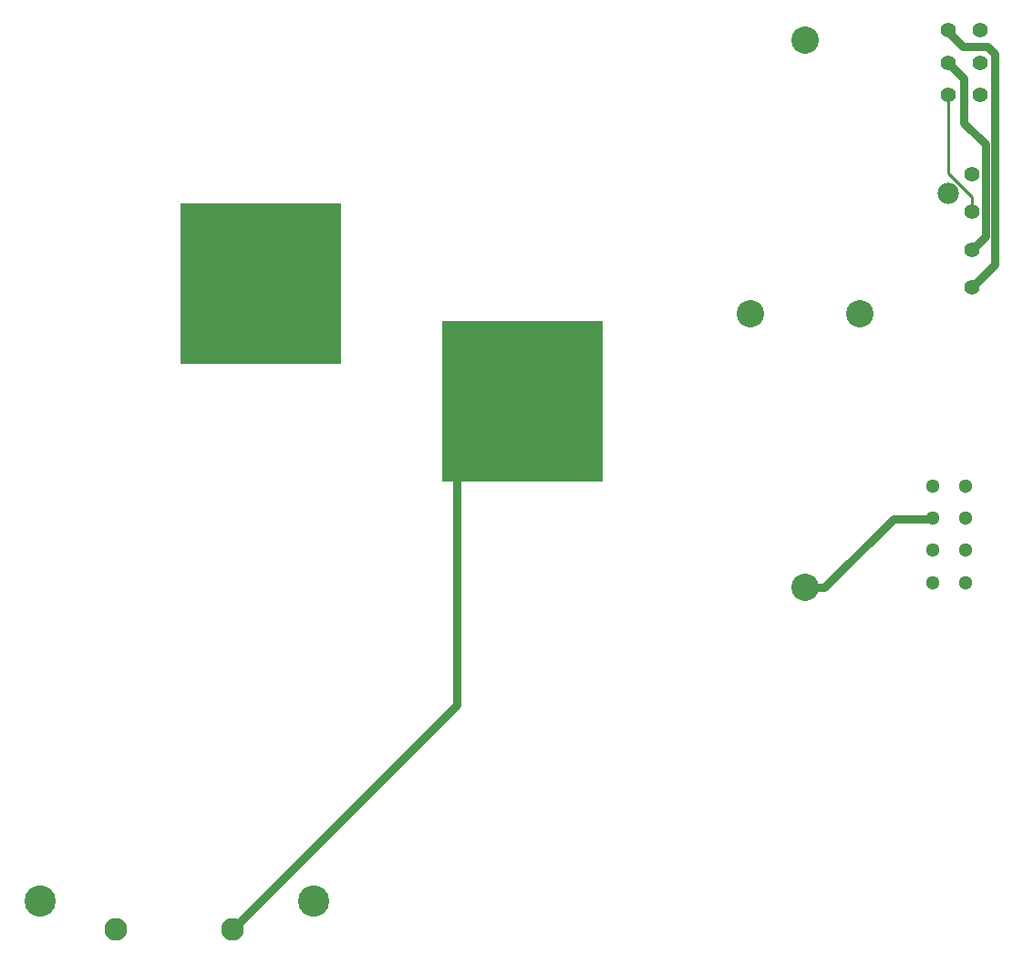
<source format=gbl>
G04 #@! TF.GenerationSoftware,KiCad,Pcbnew,5.0.2-bee76a0~70~ubuntu18.04.1*
G04 #@! TF.CreationDate,2019-04-30T11:20:39-04:00*
G04 #@! TF.ProjectId,AIR_Mount_Plus,4149525f-4d6f-4756-9e74-5f506c75732e,rev?*
G04 #@! TF.SameCoordinates,Original*
G04 #@! TF.FileFunction,Copper,L2,Bot*
G04 #@! TF.FilePolarity,Positive*
%FSLAX46Y46*%
G04 Gerber Fmt 4.6, Leading zero omitted, Abs format (unit mm)*
G04 Created by KiCad (PCBNEW 5.0.2-bee76a0~70~ubuntu18.04.1) date Tue 30 Apr 2019 11:20:39 AM EDT*
%MOMM*%
%LPD*%
G01*
G04 APERTURE LIST*
G04 #@! TA.AperFunction,ComponentPad*
%ADD10C,2.540000*%
G04 #@! TD*
G04 #@! TA.AperFunction,ComponentPad*
%ADD11C,2.120000*%
G04 #@! TD*
G04 #@! TA.AperFunction,ComponentPad*
%ADD12C,2.900000*%
G04 #@! TD*
G04 #@! TA.AperFunction,ComponentPad*
%ADD13C,1.400000*%
G04 #@! TD*
G04 #@! TA.AperFunction,ComponentPad*
%ADD14C,1.300000*%
G04 #@! TD*
G04 #@! TA.AperFunction,ComponentPad*
%ADD15C,1.397000*%
G04 #@! TD*
G04 #@! TA.AperFunction,ComponentPad*
%ADD16C,1.981000*%
G04 #@! TD*
G04 #@! TA.AperFunction,ComponentPad*
%ADD17R,15.000000X15.000000*%
G04 #@! TD*
G04 #@! TA.AperFunction,ComponentPad*
%ADD18C,1.700000*%
G04 #@! TD*
G04 #@! TA.AperFunction,Conductor*
%ADD19C,0.254000*%
G04 #@! TD*
G04 #@! TA.AperFunction,Conductor*
%ADD20C,0.762000*%
G04 #@! TD*
G04 APERTURE END LIST*
D10*
G04 #@! TO.P,K1,1*
G04 #@! TO.N,/Discharge_TS+*
X267100000Y-75700000D03*
G04 #@! TO.P,K1,2*
G04 #@! TO.N,Net-(K1-Pad2)*
X267100000Y-24900000D03*
G04 #@! TO.P,K1,3*
G04 #@! TO.N,/GND*
X272180000Y-50300000D03*
G04 #@! TO.P,K1,4*
G04 #@! TO.N,/Shutdown_In*
X262020000Y-50300000D03*
G04 #@! TD*
D11*
G04 #@! TO.P,R2,1*
G04 #@! TO.N,/TS+*
X213969600Y-107467400D03*
G04 #@! TO.P,R2,2*
G04 #@! TO.N,Net-(K1-Pad2)*
X203069600Y-107467400D03*
D12*
G04 #@! TO.P,R2,4*
G04 #@! TO.N,N/C*
X221462600Y-104797400D03*
G04 #@! TO.P,R2,5*
X196062600Y-104797400D03*
G04 #@! TD*
D13*
G04 #@! TO.P,J1,6*
G04 #@! TO.N,/Coil+*
X280400000Y-24000000D03*
G04 #@! TO.P,J1,5*
G04 #@! TO.N,/Coil-*
X280400000Y-27000000D03*
G04 #@! TO.P,J1,4*
G04 #@! TO.N,/AUX+*
X280400000Y-30000000D03*
G04 #@! TO.P,J1,3*
G04 #@! TO.N,/AUX-*
X283400000Y-24000000D03*
G04 #@! TO.P,J1,2*
G04 #@! TO.N,/Shutdown_In*
X283400000Y-27000000D03*
G04 #@! TO.P,J1,1*
G04 #@! TO.N,/GND*
X283400000Y-30000000D03*
G04 #@! TD*
D14*
G04 #@! TO.P,J2,1*
G04 #@! TO.N,/BSPD_Current_Sensor*
X282001228Y-75257894D03*
G04 #@! TO.P,J2,6*
G04 #@! TO.N,/TSMP+*
X279001228Y-72257894D03*
G04 #@! TO.P,J2,3*
G04 #@! TO.N,/BSPD_Current_Sensor*
X282001228Y-69257894D03*
G04 #@! TO.P,J2,4*
X282001228Y-66257894D03*
G04 #@! TO.P,J2,7*
G04 #@! TO.N,/Discharge_TS+*
X279001228Y-69257894D03*
G04 #@! TO.P,J2,5*
G04 #@! TO.N,/BSPD_Current_Sensor*
X279001228Y-75257894D03*
G04 #@! TO.P,J2,2*
X282001228Y-72257894D03*
G04 #@! TO.P,J2,8*
G04 #@! TO.N,Net-(J2-Pad8)*
X279001228Y-66257894D03*
G04 #@! TD*
D15*
G04 #@! TO.P,J3,2*
G04 #@! TO.N,/AUX+*
X282600000Y-40850000D03*
G04 #@! TO.P,J3,1*
G04 #@! TO.N,/AUX-*
X282600000Y-37350000D03*
D16*
G04 #@! TO.P,J3,*
G04 #@! TO.N,*
X280370000Y-39100000D03*
D15*
G04 #@! TO.P,J3,3*
G04 #@! TO.N,/Coil-*
X282600000Y-44350000D03*
G04 #@! TO.P,J3,4*
G04 #@! TO.N,/Coil+*
X282600000Y-47850000D03*
G04 #@! TD*
D17*
G04 #@! TO.P,J4,1*
G04 #@! TO.N,/BAT+*
X216535832Y-47491956D03*
D18*
X220345832Y-53841956D03*
X222885832Y-53841956D03*
X217805832Y-53841956D03*
X215265832Y-53841956D03*
X212725832Y-53841956D03*
X210185832Y-53841956D03*
X220345832Y-41141956D03*
X215265832Y-41141956D03*
X217805832Y-41141956D03*
X210185832Y-41141956D03*
X222885832Y-41141956D03*
X212725832Y-41141956D03*
G04 #@! TD*
G04 #@! TO.P,J5,1*
G04 #@! TO.N,/TS+*
X237072336Y-52029409D03*
X247232336Y-52029409D03*
X234532336Y-52029409D03*
X242152336Y-52029409D03*
X239612336Y-52029409D03*
X244692336Y-52029409D03*
X234532336Y-64729409D03*
X237072336Y-64729409D03*
X239612336Y-64729409D03*
X242152336Y-64729409D03*
X247232336Y-64729409D03*
X244692336Y-64729409D03*
D17*
X240882336Y-58379409D03*
G04 #@! TD*
D19*
G04 #@! TO.N,/AUX+*
X282600000Y-39450546D02*
X280400000Y-37250546D01*
X282600000Y-40850000D02*
X282600000Y-39450546D01*
X280400000Y-37250546D02*
X280400000Y-29950000D01*
D20*
G04 #@! TO.N,/Coil+*
X284746311Y-45703689D02*
X284746311Y-26321311D01*
X282600000Y-47850000D02*
X284746311Y-45703689D01*
X284746311Y-26321311D02*
X284746311Y-26196311D01*
X284746311Y-26196311D02*
X284025000Y-25475000D01*
X284025000Y-25475000D02*
X281725000Y-25475000D01*
X281725000Y-25475000D02*
X280400000Y-24150000D01*
G04 #@! TO.N,/Coil-*
X283831901Y-34556901D02*
X281850000Y-32575000D01*
X282600000Y-44350000D02*
X283831901Y-43118099D01*
X283831901Y-43118099D02*
X283831901Y-34556901D01*
X281850000Y-32575000D02*
X281850000Y-28450000D01*
X281850000Y-28450000D02*
X280500000Y-27100000D01*
G04 #@! TO.N,/Discharge_TS+*
X268896051Y-75700000D02*
X275296051Y-69300000D01*
X267100000Y-75700000D02*
X268896051Y-75700000D01*
X275296051Y-69300000D02*
X279000000Y-69300000D01*
G04 #@! TO.N,/TS+*
X213969600Y-107467400D02*
X234800000Y-86637000D01*
X234800000Y-86637000D02*
X234800000Y-64800000D01*
G04 #@! TD*
M02*

</source>
